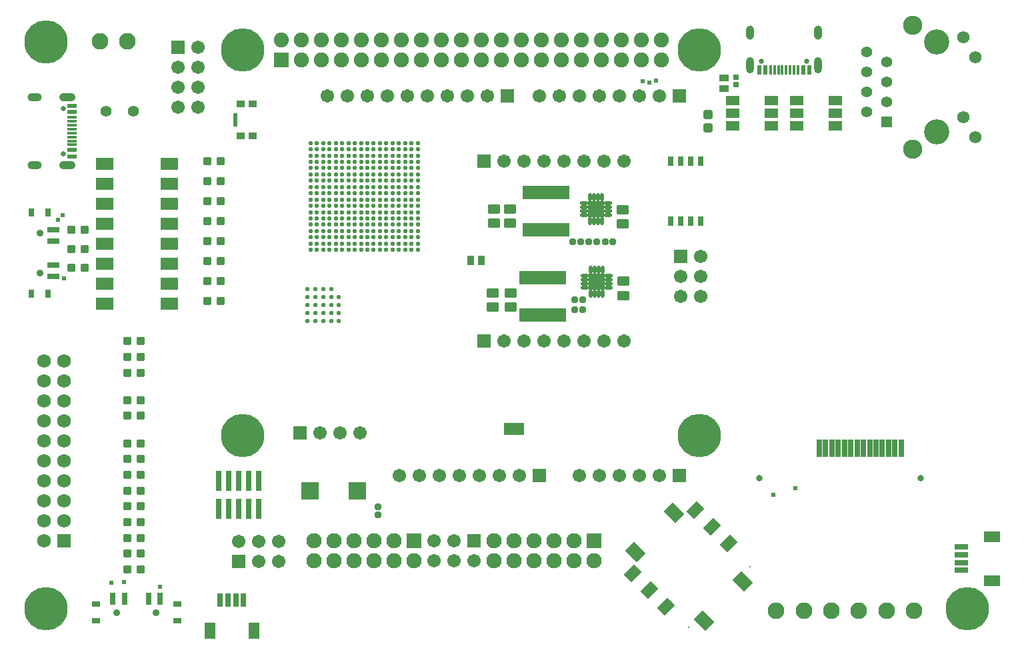
<source format=gts>
G04*
G04 #@! TF.GenerationSoftware,Altium Limited,Altium Designer,23.11.1 (41)*
G04*
G04 Layer_Color=8388736*
%FSLAX44Y44*%
%MOMM*%
G71*
G04*
G04 #@! TF.SameCoordinates,8D0F9430-818D-4280-9ADF-FC2C5230366B*
G04*
G04*
G04 #@! TF.FilePolarity,Negative*
G04*
G01*
G75*
%ADD24R,1.5000X0.7000*%
%ADD25R,0.8000X1.0000*%
%ADD27R,2.1600X1.5200*%
%ADD31R,0.6000X1.1500*%
%ADD34R,0.7600X1.2700*%
%ADD44R,1.0000X0.9000*%
%ADD45R,0.5500X1.7000*%
%ADD46R,1.1500X0.6000*%
%ADD47R,1.0000X0.8000*%
%ADD52R,0.7000X1.5000*%
%ADD56R,0.3000X1.1500*%
%ADD60R,1.1500X0.3000*%
%ADD61R,2.6000X1.6000*%
%ADD62R,0.7033X2.2032*%
G04:AMPARAMS|DCode=63|XSize=1.0032mm|YSize=1.0032mm|CornerRadius=0.2016mm|HoleSize=0mm|Usage=FLASHONLY|Rotation=180.000|XOffset=0mm|YOffset=0mm|HoleType=Round|Shape=RoundedRectangle|*
%AMROUNDEDRECTD63*
21,1,1.0032,0.6000,0,0,180.0*
21,1,0.6000,1.0032,0,0,180.0*
1,1,0.4032,-0.3000,0.3000*
1,1,0.4032,0.3000,0.3000*
1,1,0.4032,0.3000,-0.3000*
1,1,0.4032,-0.3000,-0.3000*
%
%ADD63ROUNDEDRECTD63*%
%ADD64C,0.5532*%
%ADD65R,1.7032X1.2032*%
%ADD66R,0.7600X0.7600*%
%ADD67R,1.1532X0.9532*%
%ADD68R,2.0032X2.0032*%
%ADD69O,1.1032X0.4532*%
G04:AMPARAMS|DCode=70|XSize=1.6032mm|YSize=1.2032mm|CornerRadius=0.2266mm|HoleSize=0mm|Usage=FLASHONLY|Rotation=0.000|XOffset=0mm|YOffset=0mm|HoleType=Round|Shape=RoundedRectangle|*
%AMROUNDEDRECTD70*
21,1,1.6032,0.7500,0,0,0.0*
21,1,1.1500,1.2032,0,0,0.0*
1,1,0.4532,0.5750,-0.3750*
1,1,0.4532,-0.5750,-0.3750*
1,1,0.4532,-0.5750,0.3750*
1,1,0.4532,0.5750,0.3750*
%
%ADD70ROUNDEDRECTD70*%
%ADD71O,0.4532X1.1032*%
%ADD72R,1.7532X0.8032*%
G04:AMPARAMS|DCode=73|XSize=2.1032mm|YSize=1.6032mm|CornerRadius=0mm|HoleSize=0mm|Usage=FLASHONLY|Rotation=135.000|XOffset=0mm|YOffset=0mm|HoleType=Round|Shape=Rectangle|*
%AMROTATEDRECTD73*
4,1,4,1.3104,-0.1768,0.1768,-1.3104,-1.3104,0.1768,-0.1768,1.3104,1.3104,-0.1768,0.0*
%
%ADD73ROTATEDRECTD73*%

G04:AMPARAMS|DCode=74|XSize=0.8032mm|YSize=0.8032mm|CornerRadius=0.1616mm|HoleSize=0mm|Usage=FLASHONLY|Rotation=90.000|XOffset=0mm|YOffset=0mm|HoleType=Round|Shape=RoundedRectangle|*
%AMROUNDEDRECTD74*
21,1,0.8032,0.4800,0,0,90.0*
21,1,0.4800,0.8032,0,0,90.0*
1,1,0.3232,0.2400,0.2400*
1,1,0.3232,0.2400,-0.2400*
1,1,0.3232,-0.2400,-0.2400*
1,1,0.3232,-0.2400,0.2400*
%
%ADD74ROUNDEDRECTD74*%
%ADD75R,0.9532X1.1532*%
G04:AMPARAMS|DCode=76|XSize=1.9032mm|YSize=1.4032mm|CornerRadius=0mm|HoleSize=0mm|Usage=FLASHONLY|Rotation=45.000|XOffset=0mm|YOffset=0mm|HoleType=Round|Shape=Rectangle|*
%AMROTATEDRECTD76*
4,1,4,-0.1768,-1.1690,-1.1690,-0.1768,0.1768,1.1690,1.1690,0.1768,-0.1768,-1.1690,0.0*
%
%ADD76ROTATEDRECTD76*%

%ADD77C,0.5732*%
%ADD78R,2.2032X2.2032*%
%ADD79R,0.8032X2.6032*%
%ADD80R,0.8032X1.7532*%
%ADD81R,5.9032X1.8032*%
G04:AMPARAMS|DCode=82|XSize=0.8032mm|YSize=0.8032mm|CornerRadius=0.1616mm|HoleSize=0mm|Usage=FLASHONLY|Rotation=180.000|XOffset=0mm|YOffset=0mm|HoleType=Round|Shape=RoundedRectangle|*
%AMROUNDEDRECTD82*
21,1,0.8032,0.4800,0,0,180.0*
21,1,0.4800,0.8032,0,0,180.0*
1,1,0.3232,-0.2400,0.2400*
1,1,0.3232,0.2400,0.2400*
1,1,0.3232,0.2400,-0.2400*
1,1,0.3232,-0.2400,-0.2400*
%
%ADD82ROUNDEDRECTD82*%
%ADD83R,0.8382X1.4732*%
%ADD84R,2.0032X1.4032*%
G04:AMPARAMS|DCode=85|XSize=1.2032mm|YSize=1.1032mm|CornerRadius=0.2141mm|HoleSize=0mm|Usage=FLASHONLY|Rotation=0.000|XOffset=0mm|YOffset=0mm|HoleType=Round|Shape=RoundedRectangle|*
%AMROUNDEDRECTD85*
21,1,1.2032,0.6750,0,0,0.0*
21,1,0.7750,1.1032,0,0,0.0*
1,1,0.4282,0.3875,-0.3375*
1,1,0.4282,-0.3875,-0.3375*
1,1,0.4282,-0.3875,0.3375*
1,1,0.4282,0.3875,0.3375*
%
%ADD85ROUNDEDRECTD85*%
%ADD86R,1.4032X2.0032*%
%ADD87C,0.9000*%
%ADD88C,0.8032*%
%ADD89C,0.5588*%
%ADD90C,5.5032*%
%ADD91C,1.3900*%
%ADD92C,1.9032*%
%ADD93C,1.7032*%
%ADD94C,2.1032*%
%ADD95C,1.9304*%
%ADD96C,1.4032*%
%ADD97C,1.7532*%
%ADD98R,1.7032X1.7032*%
%ADD99C,1.5700*%
%ADD100R,1.7532X1.7532*%
%ADD101R,1.9032X1.9032*%
%ADD102R,1.8796X1.8796*%
%ADD103C,3.2000*%
%ADD104R,1.3900X1.3900*%
%ADD105C,2.4500*%
G04:AMPARAMS|DCode=106|XSize=1mm|YSize=1.8mm|CornerRadius=0.5mm|HoleSize=0mm|Usage=FLASHONLY|Rotation=180.000|XOffset=0mm|YOffset=0mm|HoleType=Round|Shape=RoundedRectangle|*
%AMROUNDEDRECTD106*
21,1,1.0000,0.8000,0,0,180.0*
21,1,0.0000,1.8000,0,0,180.0*
1,1,1.0000,0.0000,0.4000*
1,1,1.0000,0.0000,0.4000*
1,1,1.0000,0.0000,-0.4000*
1,1,1.0000,0.0000,-0.4000*
%
%ADD106ROUNDEDRECTD106*%
G04:AMPARAMS|DCode=107|XSize=1mm|YSize=2.1mm|CornerRadius=0.5mm|HoleSize=0mm|Usage=FLASHONLY|Rotation=180.000|XOffset=0mm|YOffset=0mm|HoleType=Round|Shape=RoundedRectangle|*
%AMROUNDEDRECTD107*
21,1,1.0000,1.1000,0,0,180.0*
21,1,0.0000,2.1000,0,0,180.0*
1,1,1.0000,0.0000,0.5500*
1,1,1.0000,0.0000,0.5500*
1,1,1.0000,0.0000,-0.5500*
1,1,1.0000,0.0000,-0.5500*
%
%ADD107ROUNDEDRECTD107*%
%ADD108C,0.6500*%
%ADD109R,1.7032X1.7032*%
%ADD110C,0.2032*%
G04:AMPARAMS|DCode=111|XSize=1mm|YSize=2.1mm|CornerRadius=0.5mm|HoleSize=0mm|Usage=FLASHONLY|Rotation=270.000|XOffset=0mm|YOffset=0mm|HoleType=Round|Shape=RoundedRectangle|*
%AMROUNDEDRECTD111*
21,1,1.0000,1.1000,0,0,270.0*
21,1,0.0000,2.1000,0,0,270.0*
1,1,1.0000,-0.5500,0.0000*
1,1,1.0000,-0.5500,0.0000*
1,1,1.0000,0.5500,0.0000*
1,1,1.0000,0.5500,0.0000*
%
%ADD111ROUNDEDRECTD111*%
G04:AMPARAMS|DCode=112|XSize=1mm|YSize=1.8mm|CornerRadius=0.5mm|HoleSize=0mm|Usage=FLASHONLY|Rotation=270.000|XOffset=0mm|YOffset=0mm|HoleType=Round|Shape=RoundedRectangle|*
%AMROUNDEDRECTD112*
21,1,1.0000,0.8000,0,0,270.0*
21,1,0.0000,1.8000,0,0,270.0*
1,1,1.0000,-0.4000,0.0000*
1,1,1.0000,-0.4000,0.0000*
1,1,1.0000,0.4000,0.0000*
1,1,1.0000,0.4000,0.0000*
%
%ADD112ROUNDEDRECTD112*%
%ADD113C,0.6096*%
D24*
X469500Y742000D02*
D03*
Y787000D02*
D03*
Y802000D02*
D03*
Y757000D02*
D03*
D25*
X441500Y823500D02*
D03*
X462500D02*
D03*
X441500Y720500D02*
D03*
X462500D02*
D03*
D27*
X534162Y860298D02*
D03*
Y885698D02*
D03*
Y834898D02*
D03*
Y809498D02*
D03*
Y784098D02*
D03*
Y758698D02*
D03*
Y733298D02*
D03*
Y707898D02*
D03*
X616762Y809498D02*
D03*
Y707898D02*
D03*
Y758698D02*
D03*
Y834898D02*
D03*
Y784098D02*
D03*
Y885698D02*
D03*
Y860298D02*
D03*
Y733298D02*
D03*
D31*
X1429500Y1005000D02*
D03*
X1365500D02*
D03*
X1421500D02*
D03*
X1373500D02*
D03*
D34*
X1266190Y889000D02*
D03*
X1253490D02*
D03*
Y812800D02*
D03*
X1266190D02*
D03*
X1278890D02*
D03*
X1291590D02*
D03*
Y889000D02*
D03*
X1278890D02*
D03*
D44*
X722756Y961824D02*
D03*
Y920824D02*
D03*
X706756D02*
D03*
Y961824D02*
D03*
D45*
X700506Y941324D02*
D03*
D46*
X493100Y959100D02*
D03*
Y895100D02*
D03*
Y903100D02*
D03*
Y951100D02*
D03*
D47*
X523500Y325500D02*
D03*
Y304500D02*
D03*
X626500Y325500D02*
D03*
Y304500D02*
D03*
D52*
X590000Y332500D02*
D03*
X605000D02*
D03*
X560000D02*
D03*
X545000D02*
D03*
D56*
X1415000Y1005000D02*
D03*
X1410000D02*
D03*
X1405000D02*
D03*
X1400000D02*
D03*
X1395000D02*
D03*
X1390000D02*
D03*
X1385000D02*
D03*
X1380000D02*
D03*
D60*
X493100Y909600D02*
D03*
Y914600D02*
D03*
Y919600D02*
D03*
Y924600D02*
D03*
Y929600D02*
D03*
Y934600D02*
D03*
Y939600D02*
D03*
Y944600D02*
D03*
D61*
X1054599Y548640D02*
D03*
D62*
X1450001Y524000D02*
D03*
X1458002D02*
D03*
X1466000D02*
D03*
X1474001D02*
D03*
X1482002D02*
D03*
X1490001D02*
D03*
X1498002D02*
D03*
X1506000D02*
D03*
X1514001D02*
D03*
X1522002D02*
D03*
X1530000D02*
D03*
X1538002D02*
D03*
X1546000D02*
D03*
X1442002D02*
D03*
D63*
X580000Y660000D02*
D03*
X563000D02*
D03*
X681600Y889000D02*
D03*
Y863600D02*
D03*
Y812800D02*
D03*
Y787400D02*
D03*
Y838200D02*
D03*
Y762000D02*
D03*
Y736600D02*
D03*
Y711200D02*
D03*
X563000Y620000D02*
D03*
Y640000D02*
D03*
Y585000D02*
D03*
Y565000D02*
D03*
Y530000D02*
D03*
Y510000D02*
D03*
Y430000D02*
D03*
Y470000D02*
D03*
Y490000D02*
D03*
Y450000D02*
D03*
Y370000D02*
D03*
Y390000D02*
D03*
Y410000D02*
D03*
X664600Y812800D02*
D03*
X580000Y640000D02*
D03*
Y620000D02*
D03*
Y370000D02*
D03*
X491880Y753110D02*
D03*
X508880D02*
D03*
X491880Y801370D02*
D03*
X508880D02*
D03*
X491880Y777240D02*
D03*
X508880D02*
D03*
X664600Y711200D02*
D03*
Y736600D02*
D03*
X580000Y530000D02*
D03*
Y510000D02*
D03*
Y585000D02*
D03*
Y490000D02*
D03*
Y470000D02*
D03*
Y565000D02*
D03*
Y450000D02*
D03*
Y430000D02*
D03*
Y410000D02*
D03*
Y390000D02*
D03*
X664600Y838200D02*
D03*
Y863600D02*
D03*
Y889000D02*
D03*
Y762000D02*
D03*
Y787400D02*
D03*
D64*
X860000Y840000D02*
D03*
X932000Y872000D02*
D03*
X916000Y904000D02*
D03*
X892000Y912000D02*
D03*
X908000Y880000D02*
D03*
X884000Y888000D02*
D03*
X924000Y848000D02*
D03*
X892000Y864000D02*
D03*
X876000D02*
D03*
X884000Y856000D02*
D03*
X868000D02*
D03*
X892000Y848000D02*
D03*
Y832000D02*
D03*
X884000Y840000D02*
D03*
X876000Y832000D02*
D03*
X916000Y824000D02*
D03*
X908000Y800000D02*
D03*
X884000Y824000D02*
D03*
X868000D02*
D03*
X884000Y808000D02*
D03*
X932000Y792000D02*
D03*
X900000Y776000D02*
D03*
X876000Y784000D02*
D03*
X860000Y896000D02*
D03*
X836000Y904000D02*
D03*
X852000Y872000D02*
D03*
X828000Y880000D02*
D03*
X860000Y864000D02*
D03*
X852000Y856000D02*
D03*
X844000Y864000D02*
D03*
Y848000D02*
D03*
X836000Y856000D02*
D03*
X820000D02*
D03*
X812000Y912000D02*
D03*
X804000Y888000D02*
D03*
X796000Y864000D02*
D03*
X852000Y840000D02*
D03*
X860000Y832000D02*
D03*
X836000Y840000D02*
D03*
X844000Y832000D02*
D03*
X860000Y816000D02*
D03*
X852000Y824000D02*
D03*
X836000D02*
D03*
X852000Y792000D02*
D03*
X812000Y832000D02*
D03*
X804000Y808000D02*
D03*
X828000Y800000D02*
D03*
X796000Y784000D02*
D03*
X820000Y776000D02*
D03*
X860000Y848000D02*
D03*
X868000Y840000D02*
D03*
X876000D02*
D03*
X876000Y848000D02*
D03*
X884000Y896000D02*
D03*
Y904000D02*
D03*
X924000Y776000D02*
D03*
Y784000D02*
D03*
X924000Y792000D02*
D03*
X924000Y800000D02*
D03*
Y816000D02*
D03*
Y824000D02*
D03*
X924000Y832000D02*
D03*
X932000Y776000D02*
D03*
Y784000D02*
D03*
Y800000D02*
D03*
Y808000D02*
D03*
Y816000D02*
D03*
Y824000D02*
D03*
X932000Y840000D02*
D03*
X932000Y864000D02*
D03*
X932000Y856000D02*
D03*
X916000Y776000D02*
D03*
X908000D02*
D03*
X900000Y912000D02*
D03*
X900000Y840000D02*
D03*
Y800000D02*
D03*
X876000Y776000D02*
D03*
X844000Y872000D02*
D03*
X836000Y776000D02*
D03*
X820000Y832000D02*
D03*
X812000Y864000D02*
D03*
X796000Y808000D02*
D03*
X932000Y848000D02*
D03*
X924000Y840000D02*
D03*
X916000Y912000D02*
D03*
X884000Y792000D02*
D03*
X868000Y904000D02*
D03*
Y872000D02*
D03*
X860000Y912000D02*
D03*
X836000Y896000D02*
D03*
Y816000D02*
D03*
X828000Y872000D02*
D03*
Y816000D02*
D03*
X820000Y840000D02*
D03*
Y800000D02*
D03*
X796000Y912000D02*
D03*
X916000Y832000D02*
D03*
X908000Y912000D02*
D03*
Y872000D02*
D03*
Y848000D02*
D03*
X884000Y880000D02*
D03*
X868000Y896000D02*
D03*
X852000Y904000D02*
D03*
X812000Y784000D02*
D03*
X844000Y776000D02*
D03*
X804000Y880000D02*
D03*
X796000Y872000D02*
D03*
X932000Y896000D02*
D03*
X932000Y880000D02*
D03*
X916000Y856000D02*
D03*
X908000Y904000D02*
D03*
X900000Y824000D02*
D03*
X892000Y880000D02*
D03*
X884000Y800000D02*
D03*
X876000Y880000D02*
D03*
X868000Y792000D02*
D03*
X836000Y808000D02*
D03*
X828000Y776000D02*
D03*
X820000Y888000D02*
D03*
Y872000D02*
D03*
X796000Y776000D02*
D03*
X916000Y808000D02*
D03*
X916000Y800000D02*
D03*
X884000Y872000D02*
D03*
X876000Y896000D02*
D03*
X876000Y872000D02*
D03*
X868000Y848000D02*
D03*
Y784000D02*
D03*
X828000Y856000D02*
D03*
X804000D02*
D03*
X796000D02*
D03*
Y840000D02*
D03*
Y792000D02*
D03*
X924000Y864000D02*
D03*
X908000Y896000D02*
D03*
X892000Y888000D02*
D03*
X860000Y792000D02*
D03*
X844000Y896000D02*
D03*
X836000Y792000D02*
D03*
X828000Y904000D02*
D03*
X828000Y792000D02*
D03*
X804000Y832000D02*
D03*
Y824000D02*
D03*
X924000Y912000D02*
D03*
Y904000D02*
D03*
X908000Y824000D02*
D03*
Y792000D02*
D03*
X900000Y848000D02*
D03*
X892000Y800000D02*
D03*
X868000Y888000D02*
D03*
X852000Y776000D02*
D03*
X828000Y912000D02*
D03*
X820000Y864000D02*
D03*
X812000Y896000D02*
D03*
X804000Y800000D02*
D03*
Y776000D02*
D03*
X796000Y888000D02*
D03*
X916000Y896000D02*
D03*
X900000Y904000D02*
D03*
X892000Y808000D02*
D03*
Y784000D02*
D03*
X884000Y776000D02*
D03*
X876000Y808000D02*
D03*
X868000Y912000D02*
D03*
X868000Y808000D02*
D03*
X844000Y800000D02*
D03*
X828000Y888000D02*
D03*
Y848000D02*
D03*
X820000Y824000D02*
D03*
Y792000D02*
D03*
X812000Y816000D02*
D03*
X804000Y912000D02*
D03*
X796000Y904000D02*
D03*
X804000Y848000D02*
D03*
X812000Y872000D02*
D03*
X820000Y896000D02*
D03*
X844000Y888000D02*
D03*
X852000Y912000D02*
D03*
X868000Y800000D02*
D03*
Y880000D02*
D03*
X876000Y904000D02*
D03*
X892000Y792000D02*
D03*
X892000Y872000D02*
D03*
X900000Y816000D02*
D03*
Y832000D02*
D03*
Y856000D02*
D03*
Y864000D02*
D03*
Y872000D02*
D03*
X900000Y896000D02*
D03*
X908000Y840000D02*
D03*
X916000Y784000D02*
D03*
X916000Y864000D02*
D03*
X924000Y808000D02*
D03*
Y888000D02*
D03*
X932000Y832000D02*
D03*
Y912000D02*
D03*
X924000Y872000D02*
D03*
X908000Y808000D02*
D03*
X900000Y880000D02*
D03*
X892000Y896000D02*
D03*
X884000Y784000D02*
D03*
X852000D02*
D03*
X820000Y808000D02*
D03*
X804000Y896000D02*
D03*
X924000Y896000D02*
D03*
X916000Y816000D02*
D03*
X908000Y784000D02*
D03*
X876000Y800000D02*
D03*
X852000Y888000D02*
D03*
X852000Y880000D02*
D03*
X844000Y912000D02*
D03*
X836000D02*
D03*
Y880000D02*
D03*
X828000Y840000D02*
D03*
X812000Y888000D02*
D03*
Y776000D02*
D03*
X804000Y864000D02*
D03*
X796000Y816000D02*
D03*
X916000Y840000D02*
D03*
X908000Y856000D02*
D03*
Y816000D02*
D03*
X900000Y784000D02*
D03*
X892000Y776000D02*
D03*
X852000Y816000D02*
D03*
Y800000D02*
D03*
X836000Y832000D02*
D03*
Y848000D02*
D03*
X844000Y824000D02*
D03*
Y840000D02*
D03*
Y856000D02*
D03*
X852000Y832000D02*
D03*
X860000Y824000D02*
D03*
Y856000D02*
D03*
X868000Y832000D02*
D03*
X876000Y824000D02*
D03*
X876000Y856000D02*
D03*
X884000Y832000D02*
D03*
Y848000D02*
D03*
X892000Y824000D02*
D03*
X892000Y840000D02*
D03*
X892000Y856000D02*
D03*
X828000Y824000D02*
D03*
Y784000D02*
D03*
X812000Y840000D02*
D03*
X796000Y896000D02*
D03*
Y832000D02*
D03*
X932000Y888000D02*
D03*
X900000Y888000D02*
D03*
X884000Y912000D02*
D03*
X876000Y816000D02*
D03*
X852000Y808000D02*
D03*
X844000Y792000D02*
D03*
X836000Y888000D02*
D03*
X820000Y904000D02*
D03*
Y880000D02*
D03*
Y784000D02*
D03*
X812000Y856000D02*
D03*
X812000Y800000D02*
D03*
X804000Y816000D02*
D03*
X796000Y800000D02*
D03*
X924000Y880000D02*
D03*
X916000D02*
D03*
Y792000D02*
D03*
X876000Y792000D02*
D03*
X860000Y888000D02*
D03*
Y880000D02*
D03*
Y784000D02*
D03*
X844000Y816000D02*
D03*
X836000Y800000D02*
D03*
X828000Y808000D02*
D03*
X820000Y848000D02*
D03*
X812000Y904000D02*
D03*
X804000Y792000D02*
D03*
X796000Y848000D02*
D03*
X916000D02*
D03*
X908000Y864000D02*
D03*
X900000Y792000D02*
D03*
X892000Y816000D02*
D03*
X884000D02*
D03*
X860000Y800000D02*
D03*
X828000Y896000D02*
D03*
X812000Y848000D02*
D03*
X812000Y824000D02*
D03*
X804000Y784000D02*
D03*
X796000Y880000D02*
D03*
Y824000D02*
D03*
X812000Y792000D02*
D03*
X820000Y816000D02*
D03*
X828000Y832000D02*
D03*
X836000Y784000D02*
D03*
Y864000D02*
D03*
X844000Y808000D02*
D03*
X852000Y848000D02*
D03*
X852000Y864000D02*
D03*
X860000Y776000D02*
D03*
X868000Y864000D02*
D03*
X884000D02*
D03*
X916000Y872000D02*
D03*
X900000Y808000D02*
D03*
X892000Y904000D02*
D03*
X876000Y912000D02*
D03*
Y888000D02*
D03*
X868000Y816000D02*
D03*
X868000Y776000D02*
D03*
X860000Y872000D02*
D03*
X860000Y808000D02*
D03*
X836000Y872000D02*
D03*
X828000Y864000D02*
D03*
X812000Y808000D02*
D03*
X804000Y904000D02*
D03*
X932000D02*
D03*
X924000Y856000D02*
D03*
X916000Y888000D02*
D03*
X908000D02*
D03*
Y832000D02*
D03*
X860000Y904000D02*
D03*
X852000Y896000D02*
D03*
X844000Y904000D02*
D03*
Y880000D02*
D03*
Y784000D02*
D03*
X820000Y912000D02*
D03*
X804000Y872000D02*
D03*
Y840000D02*
D03*
X812000Y880000D02*
D03*
D65*
X1462140Y949960D02*
D03*
X1380860D02*
D03*
X1413140Y965960D02*
D03*
Y949960D02*
D03*
Y933960D02*
D03*
X1462140Y965960D02*
D03*
Y933960D02*
D03*
X1380860D02*
D03*
Y965960D02*
D03*
X1331860Y933960D02*
D03*
Y949960D02*
D03*
Y965960D02*
D03*
D66*
X1336040Y995200D02*
D03*
Y986000D02*
D03*
D67*
X1320800Y994715D02*
D03*
Y980715D02*
D03*
D68*
X1158250Y827920D02*
D03*
X1159510Y735330D02*
D03*
D69*
X1143000Y835420D02*
D03*
Y830420D02*
D03*
Y825420D02*
D03*
X1144260Y742830D02*
D03*
Y737830D02*
D03*
Y732830D02*
D03*
X1173500Y835420D02*
D03*
Y830420D02*
D03*
Y825420D02*
D03*
Y820420D02*
D03*
X1143000D02*
D03*
X1174760Y742830D02*
D03*
Y737830D02*
D03*
Y732830D02*
D03*
Y727830D02*
D03*
X1144260D02*
D03*
D70*
X1192530Y808990D02*
D03*
X1028590Y828150D02*
D03*
X1048910D02*
D03*
X1193000Y718000D02*
D03*
X1050290Y721470D02*
D03*
X1027430D02*
D03*
X1028590Y810150D02*
D03*
X1048910D02*
D03*
X1192530Y826990D02*
D03*
X1050290Y703470D02*
D03*
X1027430D02*
D03*
X1193000Y736000D02*
D03*
D71*
X1150750Y812670D02*
D03*
X1152010Y720080D02*
D03*
X1150750Y843170D02*
D03*
X1155750D02*
D03*
X1160750D02*
D03*
X1165750D02*
D03*
Y812670D02*
D03*
X1160750D02*
D03*
X1155750D02*
D03*
X1152010Y750580D02*
D03*
X1157010D02*
D03*
X1162010D02*
D03*
X1167010D02*
D03*
Y720080D02*
D03*
X1162010D02*
D03*
X1157010D02*
D03*
D72*
X1622410Y368600D02*
D03*
Y378600D02*
D03*
Y398600D02*
D03*
Y388600D02*
D03*
D73*
X1344897Y354297D02*
D03*
X1295400Y304800D02*
D03*
X1257570Y441625D02*
D03*
X1208072Y392128D02*
D03*
D74*
X1159385Y786266D02*
D03*
X1131650Y699770D02*
D03*
X1170000Y786000D02*
D03*
X1180000D02*
D03*
X1139110Y786130D02*
D03*
X1129110D02*
D03*
X1149385Y786266D02*
D03*
X1131650Y712470D02*
D03*
X1141650Y699770D02*
D03*
Y712470D02*
D03*
D75*
X999000Y763000D02*
D03*
X1013000D02*
D03*
D76*
X1305830Y423771D02*
D03*
X1225927Y343868D02*
D03*
X1247140Y322654D02*
D03*
X1327043Y402557D02*
D03*
X1204714Y365081D02*
D03*
X1284617Y444984D02*
D03*
D77*
X812000Y726000D02*
D03*
X822000Y706000D02*
D03*
X792000Y686000D02*
D03*
X832000Y716000D02*
D03*
Y686000D02*
D03*
X822000Y696000D02*
D03*
Y686000D02*
D03*
X812000Y716000D02*
D03*
Y686000D02*
D03*
X802000Y726000D02*
D03*
X792000D02*
D03*
Y696000D02*
D03*
Y716000D02*
D03*
X802000Y706000D02*
D03*
X792000D02*
D03*
X832000D02*
D03*
X802000Y686000D02*
D03*
X812000Y706000D02*
D03*
X822000Y716000D02*
D03*
X802000Y696000D02*
D03*
X832000D02*
D03*
X822000Y726000D02*
D03*
X812000Y696000D02*
D03*
X802000Y716000D02*
D03*
D78*
X795500Y469900D02*
D03*
X855500D02*
D03*
D79*
X717550Y482600D02*
D03*
X704850D02*
D03*
X679450D02*
D03*
X692150Y446600D02*
D03*
X704850D02*
D03*
X679450D02*
D03*
X730250D02*
D03*
Y482600D02*
D03*
X717550Y446600D02*
D03*
X692150Y482600D02*
D03*
D80*
X680900Y330850D02*
D03*
X690900D02*
D03*
X710900D02*
D03*
X700900D02*
D03*
D81*
X1094740Y802000D02*
D03*
Y849000D02*
D03*
X1090930Y693376D02*
D03*
Y740376D02*
D03*
D82*
X881380Y449500D02*
D03*
Y439500D02*
D03*
D83*
X1046480Y548640D02*
D03*
X1062959D02*
D03*
X1054718D02*
D03*
D84*
X1661160Y411600D02*
D03*
Y355600D02*
D03*
D85*
X1300480Y931300D02*
D03*
Y948300D02*
D03*
D86*
X723900Y292100D02*
D03*
X667900D02*
D03*
D87*
X452000Y747000D02*
D03*
Y797000D02*
D03*
X600000Y315000D02*
D03*
X550000D02*
D03*
D88*
X1570501Y486002D02*
D03*
X1366000D02*
D03*
D89*
X1290000Y519119D02*
D03*
X1275235Y525235D02*
D03*
X1269119Y540000D02*
D03*
X1275235Y554765D02*
D03*
X1290000Y560881D02*
D03*
X1304765Y554765D02*
D03*
X1310881Y540000D02*
D03*
X1304765Y525235D02*
D03*
X724765D02*
D03*
X730881Y540000D02*
D03*
X724765Y554765D02*
D03*
X710000Y560881D02*
D03*
X695235Y554765D02*
D03*
X689119Y540000D02*
D03*
X695235Y525235D02*
D03*
X710000Y519119D02*
D03*
Y1009119D02*
D03*
X695235Y1015235D02*
D03*
X689119Y1030000D02*
D03*
X695235Y1044765D02*
D03*
X710000Y1050881D02*
D03*
X724765Y1044765D02*
D03*
X730881Y1030000D02*
D03*
X724765Y1015235D02*
D03*
X1304765D02*
D03*
X1310881Y1030000D02*
D03*
X1304765Y1044765D02*
D03*
X1290000Y1050881D02*
D03*
X1275235Y1044765D02*
D03*
X1269119Y1030000D02*
D03*
X1275235Y1015235D02*
D03*
X1290000Y1009119D02*
D03*
X460000Y299119D02*
D03*
X445235Y305235D02*
D03*
X439119Y320000D02*
D03*
X445235Y334765D02*
D03*
X460000Y340881D02*
D03*
X474765Y334765D02*
D03*
X480881Y320000D02*
D03*
X474765Y305235D02*
D03*
X1644765D02*
D03*
X1650881Y320000D02*
D03*
X1644765Y334765D02*
D03*
X1630000Y340881D02*
D03*
X1615235Y334765D02*
D03*
X1609119Y320000D02*
D03*
X1615235Y305235D02*
D03*
X1630000Y299119D02*
D03*
X460000Y1019119D02*
D03*
X445235Y1025235D02*
D03*
X439119Y1040000D02*
D03*
X445235Y1054765D02*
D03*
X460000Y1060881D02*
D03*
X474765Y1054765D02*
D03*
X480881Y1040000D02*
D03*
X474765Y1025235D02*
D03*
D90*
X1290000Y540000D02*
D03*
X710000D02*
D03*
Y1030000D02*
D03*
X1290000D02*
D03*
X460000Y320000D02*
D03*
X1630000D02*
D03*
X460000Y1040000D02*
D03*
D91*
X1502300Y1027300D02*
D03*
X1527700Y963800D02*
D03*
Y989200D02*
D03*
Y1014600D02*
D03*
X1502300Y951100D02*
D03*
Y976500D02*
D03*
Y1001900D02*
D03*
D92*
X1114300Y1042700D02*
D03*
X1165100D02*
D03*
X987300D02*
D03*
X1063500Y1017300D02*
D03*
X1241300D02*
D03*
X911100Y1042700D02*
D03*
X860300Y1017300D02*
D03*
X809500Y1042700D02*
D03*
X961900Y1017300D02*
D03*
X1241300Y1042700D02*
D03*
X1215900D02*
D03*
Y1017300D02*
D03*
X1190500Y1042700D02*
D03*
Y1017300D02*
D03*
X1165100D02*
D03*
X1139700Y1042700D02*
D03*
Y1017300D02*
D03*
X1114300D02*
D03*
X1088900Y1042700D02*
D03*
Y1017300D02*
D03*
X1063500Y1042700D02*
D03*
X1038100D02*
D03*
Y1017300D02*
D03*
X1012700Y1042700D02*
D03*
Y1017300D02*
D03*
X987300D02*
D03*
X961900Y1042700D02*
D03*
X936500D02*
D03*
Y1017300D02*
D03*
X911100D02*
D03*
X885700Y1042700D02*
D03*
Y1017300D02*
D03*
X860300Y1042700D02*
D03*
X834900D02*
D03*
Y1017300D02*
D03*
X809500D02*
D03*
X784100Y1042700D02*
D03*
Y1017300D02*
D03*
X758700Y1042700D02*
D03*
D93*
X1193800Y889000D02*
D03*
X893760Y971800D02*
D03*
X1291400Y717300D02*
D03*
X1193800Y660400D02*
D03*
X1061400Y489200D02*
D03*
X1036000D02*
D03*
X858520Y543560D02*
D03*
X755650Y405130D02*
D03*
X652780Y1033780D02*
D03*
X755650Y379730D02*
D03*
X652780Y1008380D02*
D03*
X959800Y489200D02*
D03*
X652780Y982980D02*
D03*
X1168400Y660400D02*
D03*
X985200Y489200D02*
D03*
X934400D02*
D03*
X1291400Y768100D02*
D03*
X704850Y405130D02*
D03*
X730250Y379730D02*
D03*
X652780Y957580D02*
D03*
X730250Y405130D02*
D03*
X995360Y971800D02*
D03*
X817560D02*
D03*
X842960D02*
D03*
X868360D02*
D03*
X919160D02*
D03*
X944560D02*
D03*
X969960D02*
D03*
X1020760D02*
D03*
X1239200Y489200D02*
D03*
X1213800D02*
D03*
X1188400D02*
D03*
X1163000D02*
D03*
X1137600D02*
D03*
X1266000Y717300D02*
D03*
X1291400Y742700D02*
D03*
X1266000D02*
D03*
X627380Y957580D02*
D03*
Y982980D02*
D03*
Y1008380D02*
D03*
X1168400Y889000D02*
D03*
X1143000D02*
D03*
X1117600D02*
D03*
X1092200D02*
D03*
X1066800D02*
D03*
X1041400D02*
D03*
X952500Y381000D02*
D03*
X977900D02*
D03*
X1003300D02*
D03*
X952500Y406400D02*
D03*
X977900D02*
D03*
X833120Y543560D02*
D03*
X807720D02*
D03*
X909000Y489200D02*
D03*
X1010600D02*
D03*
X1086800Y971800D02*
D03*
X1112200D02*
D03*
X1137600D02*
D03*
X1163000D02*
D03*
X1188400D02*
D03*
X1213800D02*
D03*
X1239200D02*
D03*
X1041400Y660400D02*
D03*
X1066800D02*
D03*
X1092200D02*
D03*
X1117600D02*
D03*
X1143000D02*
D03*
D94*
X1492400Y317500D02*
D03*
X1387400D02*
D03*
X528600Y1041400D02*
D03*
X1422400Y317500D02*
D03*
X1457400D02*
D03*
X563600Y1041400D02*
D03*
X1562400Y317500D02*
D03*
X1527400D02*
D03*
D95*
X1054100Y406400D02*
D03*
Y381000D02*
D03*
X825500Y406400D02*
D03*
Y381000D02*
D03*
X1028700D02*
D03*
Y406400D02*
D03*
X800100Y381000D02*
D03*
Y406400D02*
D03*
X850900Y381000D02*
D03*
X876300D02*
D03*
X901700D02*
D03*
X927100D02*
D03*
X850900Y406400D02*
D03*
X876300D02*
D03*
X901700D02*
D03*
X1130300D02*
D03*
X1104900D02*
D03*
X1079500D02*
D03*
X1155700Y381000D02*
D03*
X1130300D02*
D03*
X1104900D02*
D03*
X1079500D02*
D03*
D96*
X535738Y952246D02*
D03*
X570738D02*
D03*
D97*
X457200Y635000D02*
D03*
Y609600D02*
D03*
Y584200D02*
D03*
Y533400D02*
D03*
Y558800D02*
D03*
Y508000D02*
D03*
Y482600D02*
D03*
Y457200D02*
D03*
Y431800D02*
D03*
X482600Y457200D02*
D03*
Y558800D02*
D03*
Y584200D02*
D03*
Y482600D02*
D03*
Y431800D02*
D03*
Y533400D02*
D03*
Y508000D02*
D03*
Y635000D02*
D03*
Y609600D02*
D03*
X457200Y406400D02*
D03*
D98*
X782320Y543560D02*
D03*
X704850Y379730D02*
D03*
X1046160Y971800D02*
D03*
X1264600Y489200D02*
D03*
X1016000Y889000D02*
D03*
X1003300Y406400D02*
D03*
X1086800Y489200D02*
D03*
X1264600Y971800D02*
D03*
X1016000Y660400D02*
D03*
D99*
X1640200Y919600D02*
D03*
X1625000Y1046100D02*
D03*
Y945000D02*
D03*
X1640200Y1020700D02*
D03*
D100*
X482600Y406400D02*
D03*
D101*
X758700Y1017300D02*
D03*
D102*
X927100Y406400D02*
D03*
X1155700D02*
D03*
D103*
X1591200Y1040000D02*
D03*
Y925700D02*
D03*
D104*
X1527700Y938400D02*
D03*
D105*
X1560700Y1061600D02*
D03*
Y904100D02*
D03*
D106*
X1440700Y1052550D02*
D03*
X1354300D02*
D03*
D107*
X1440700Y1010750D02*
D03*
X1354300D02*
D03*
D108*
X1426400Y1015750D02*
D03*
X1368600D02*
D03*
X482350Y898200D02*
D03*
Y956000D02*
D03*
D109*
X1266000Y768100D02*
D03*
X627380Y1033780D02*
D03*
D110*
X1353913Y373566D02*
D03*
X1276131Y295784D02*
D03*
D111*
X487350Y883900D02*
D03*
Y970300D02*
D03*
D112*
X445550Y883900D02*
D03*
Y970300D02*
D03*
D113*
X605000Y348000D02*
D03*
X559000Y354000D02*
D03*
X543000Y353000D02*
D03*
X1234417Y991108D02*
D03*
X1226000Y989000D02*
D03*
X1218000Y990000D02*
D03*
X483000Y740000D02*
D03*
X481000Y820000D02*
D03*
X475000Y814000D02*
D03*
X1412000Y473000D02*
D03*
X1384000Y465000D02*
D03*
M02*

</source>
